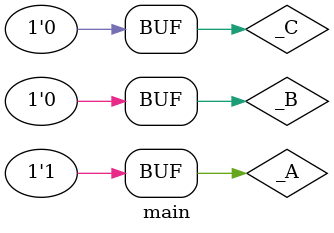
<source format=v>
module NOT(A, C);
input A;
output C;
assign C = ~A;
endmodule

module OR(A, B, C);
input A, B;
output C;
assign C = A | B;
endmodule

module AND(A, B, C);
input A, B;
output C;
assign C = A & B;
endmodule

module NAND(A, B, C);
input A, B;
output C;
wire temp1;
AND a(A, B, temp1);
assign C = ~temp1;
endmodule

module XOR(A, B, C);
input A, B;
output C;
wire temp1;
wire temp2;
wire n1;
wire n2;
NOT not1(A, n1);
NOT not2(B, n2);
AND a1(n1, B, temp1);
AND a2(A, n2, temp2);
assign C = temp1 | temp2;
endmodule

module FIG2(A, B, C, Y);
input A, B, C;
output Y;
wire notA;
wire not1;
wire not3;
wire temp1;
wire temp2;
wire temp3;
wire temp4;
NOT n1(A, notA);
NAND na1(B, C, temp1);
AND a1(B, temp1, temp2);
AND a2(notA, temp2, temp3);
NOT n2(temp3, not3);

NOT n3(temp1, not1);
XOR x(temp2, not1, temp4);
assign Y = not3 | temp4;
endmodule

module main();
reg _A, _B, _C;
wire _Y;
FIG2 f(_A, _B, _C, _Y);
initial
begin
    $monitor("%d", _Y);
    _A = 1;
    _B = 0;
    _C = 0;
end
endmodule
</source>
